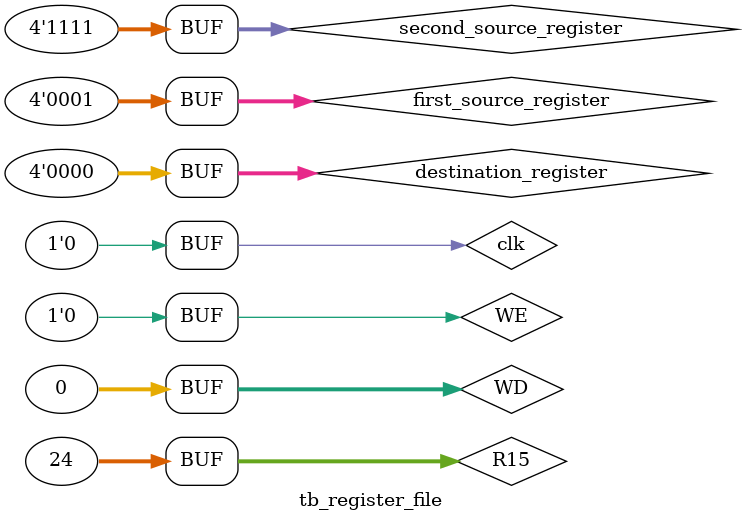
<source format=sv>
module tb_register_file();
	logic clk,WE;
	logic [3:0] first_source_register;
	logic [3:0] second_source_register;
	logic [3:0] destination_register;
	logic [31:0] WD,R15;
	logic [31:0] RD1,RD2;
	
	
	// instantiate device to be tested 
	register_file dut(clk,WE,
							first_source_register,
							second_source_register,
							destination_register,
							WD,R15,
							RD1,RD2);
	// initialize test 
	initial 
		begin  
			WE <= 0;
		end
	always 
		begin 
			clk <= 1; 
			# 5; 
			clk <= 0; 
			# 5;
		end
	always 
		begin  
			# 10; 
			WE                      <= 1;
			first_source_register	<= 0;
			second_source_register	<= 0;
			destination_register		<= 4'b0000;
			WD								<= 32'b11111111;
			R15							<= 0;
			# 10; 
			WE                      <= 0;
			first_source_register	<= 4'b0000;
			second_source_register	<= 0;
			destination_register		<= 0;
			WD								<= 0;
			R15							<= 4;
			# 10; 
			WE                      <= 1;
			first_source_register	<= 0;
			second_source_register	<= 0;
			destination_register		<= 4'b0001;
			WD								<= 32'b11110000;
			R15							<= 8;
			# 10; 
			WE                      <= 0;
			first_source_register	<= 0;
			second_source_register	<= 1;
			destination_register		<= 0;
			WD								<= 0;
			R15							<= 12;
			# 10; 
			WE                      <= 1;
			first_source_register	<= 0;
			second_source_register	<= 0;
			destination_register		<= 3;
			WD								<= 32'b1111;
			R15							<= 16;
			# 10; 
			WE                      <= 0;
			first_source_register	<= 4'b1111;
			second_source_register	<= 3;
			destination_register		<= 0;
			WD								<= 0;
			R15							<= 20;
			# 10; 
			WE                      <= 0;
			first_source_register	<= 1;
			second_source_register	<= 4'b1111;
			destination_register		<= 0;
			WD								<= 0;
			R15							<= 24;
		end




endmodule

</source>
